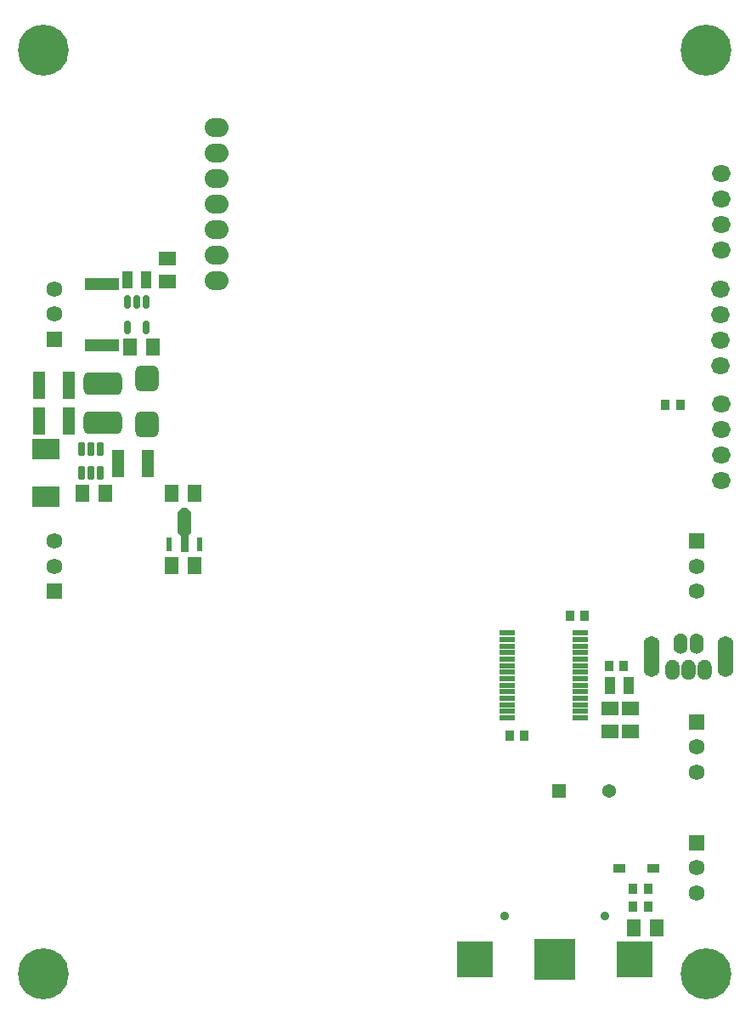
<source format=gbr>
%TF.GenerationSoftware,Altium Limited,Altium Designer,22.7.1 (60)*%
G04 Layer_Color=16711935*
%FSLAX45Y45*%
%MOMM*%
%TF.SameCoordinates,C4916FE7-F214-4651-8B13-81D0A890374D*%
%TF.FilePolarity,Negative*%
%TF.FileFunction,Soldermask,Bot*%
%TF.Part,Single*%
G01*
G75*
%TA.AperFunction,SMDPad,CuDef*%
%ADD78R,3.57600X3.67600*%
%ADD79R,4.07600X4.07600*%
%ADD80R,0.55600X1.47600*%
%ADD81R,0.87600X1.07600*%
G04:AMPARAMS|DCode=82|XSize=1.416mm|YSize=0.666mm|CornerRadius=0.11175mm|HoleSize=0mm|Usage=FLASHONLY|Rotation=270.000|XOffset=0mm|YOffset=0mm|HoleType=Round|Shape=RoundedRectangle|*
%AMROUNDEDRECTD82*
21,1,1.41600,0.44250,0,0,270.0*
21,1,1.19250,0.66600,0,0,270.0*
1,1,0.22350,-0.22125,-0.59625*
1,1,0.22350,-0.22125,0.59625*
1,1,0.22350,0.22125,0.59625*
1,1,0.22350,0.22125,-0.59625*
%
%ADD82ROUNDEDRECTD82*%
%ADD83R,1.23600X2.79600*%
%ADD84R,1.47600X1.77600*%
%ADD85R,2.77600X2.12600*%
G04:AMPARAMS|DCode=86|XSize=2.276mm|YSize=3.876mm|CornerRadius=0.588mm|HoleSize=0mm|Usage=FLASHONLY|Rotation=270.000|XOffset=0mm|YOffset=0mm|HoleType=Round|Shape=RoundedRectangle|*
%AMROUNDEDRECTD86*
21,1,2.27600,2.70000,0,0,270.0*
21,1,1.10000,3.87600,0,0,270.0*
1,1,1.17600,-1.35000,-0.55000*
1,1,1.17600,-1.35000,0.55000*
1,1,1.17600,1.35000,0.55000*
1,1,1.17600,1.35000,-0.55000*
%
%ADD86ROUNDEDRECTD86*%
G04:AMPARAMS|DCode=87|XSize=2.376mm|YSize=2.576mm|CornerRadius=0.613mm|HoleSize=0mm|Usage=FLASHONLY|Rotation=0.000|XOffset=0mm|YOffset=0mm|HoleType=Round|Shape=RoundedRectangle|*
%AMROUNDEDRECTD87*
21,1,2.37600,1.35000,0,0,0.0*
21,1,1.15000,2.57600,0,0,0.0*
1,1,1.22600,0.57500,-0.67500*
1,1,1.22600,-0.57500,-0.67500*
1,1,1.22600,-0.57500,0.67500*
1,1,1.22600,0.57500,0.67500*
%
%ADD87ROUNDEDRECTD87*%
G04:AMPARAMS|DCode=88|XSize=1.286mm|YSize=0.666mm|CornerRadius=0.1855mm|HoleSize=0mm|Usage=FLASHONLY|Rotation=270.000|XOffset=0mm|YOffset=0mm|HoleType=Round|Shape=RoundedRectangle|*
%AMROUNDEDRECTD88*
21,1,1.28600,0.29500,0,0,270.0*
21,1,0.91500,0.66600,0,0,270.0*
1,1,0.37100,-0.14750,-0.45750*
1,1,0.37100,-0.14750,0.45750*
1,1,0.37100,0.14750,0.45750*
1,1,0.37100,0.14750,-0.45750*
%
%ADD88ROUNDEDRECTD88*%
%ADD89R,3.34600X1.22600*%
%ADD90R,1.07600X1.77600*%
%ADD91R,1.77600X1.47600*%
%ADD92R,1.57600X0.47600*%
%ADD93R,1.28600X0.80600*%
%TA.AperFunction,ComponentPad*%
%ADD94O,1.87600X1.67600*%
%ADD95C,0.87600*%
%ADD96R,1.58400X1.58400*%
%ADD97C,1.58400*%
%ADD98O,1.57600X4.07600*%
%ADD99R,1.37600X1.37600*%
%ADD100C,1.37600*%
%ADD101O,2.37600X1.87600*%
%TA.AperFunction,ViaPad*%
%ADD102C,5.07600*%
G36*
X1866000Y5004500D02*
Y4796000D01*
X1834000Y4764000D01*
Y4601500D01*
X1758000D01*
Y4764000D01*
X1726000Y4796000D01*
Y5004500D01*
X1768000Y5046500D01*
X1824000D01*
X1866000Y5004500D01*
D02*
G37*
G36*
X6903700Y3789900D02*
X6907300Y3789600D01*
X6911000Y3789100D01*
X6914600Y3788500D01*
X6918100Y3787600D01*
X6921600Y3786600D01*
X6925100Y3785400D01*
X6928500Y3783900D01*
X6931800Y3782400D01*
X6935000Y3780600D01*
X6938100Y3778700D01*
X6941100Y3776600D01*
X6944100Y3774400D01*
X6946800Y3772000D01*
X6949500Y3769500D01*
X6952000Y3766800D01*
X6954400Y3764100D01*
X6956600Y3761100D01*
X6958700Y3758100D01*
X6960600Y3755000D01*
X6962400Y3751800D01*
X6963900Y3748500D01*
X6965400Y3745100D01*
X6966600Y3741600D01*
X6967600Y3738100D01*
X6968500Y3734600D01*
X6969100Y3731000D01*
X6969600Y3727300D01*
X6969900Y3723700D01*
X6970000Y3720000D01*
Y3660000D01*
X6969900Y3656300D01*
X6969600Y3652700D01*
X6969100Y3649000D01*
X6968500Y3645400D01*
X6967600Y3641900D01*
X6966600Y3638400D01*
X6965400Y3634900D01*
X6963900Y3631500D01*
X6962400Y3628200D01*
X6960600Y3625000D01*
X6958700Y3621900D01*
X6956600Y3618900D01*
X6954400Y3615900D01*
X6952000Y3613200D01*
X6949500Y3610500D01*
X6946800Y3608000D01*
X6944100Y3605600D01*
X6941100Y3603400D01*
X6938100Y3601300D01*
X6935000Y3599400D01*
X6931800Y3597600D01*
X6928500Y3596100D01*
X6925100Y3594600D01*
X6921600Y3593400D01*
X6918100Y3592400D01*
X6914600Y3591500D01*
X6911000Y3590900D01*
X6907300Y3590400D01*
X6903700Y3590100D01*
X6900000Y3590000D01*
X6896300Y3590100D01*
X6892700Y3590400D01*
X6889000Y3590900D01*
X6885400Y3591500D01*
X6881900Y3592400D01*
X6878400Y3593400D01*
X6874900Y3594600D01*
X6871500Y3596100D01*
X6868200Y3597600D01*
X6865000Y3599400D01*
X6861900Y3601300D01*
X6858900Y3603400D01*
X6855900Y3605600D01*
X6853200Y3608000D01*
X6850500Y3610500D01*
X6848000Y3613200D01*
X6845600Y3615900D01*
X6843400Y3618900D01*
X6841300Y3621900D01*
X6839400Y3625000D01*
X6837600Y3628200D01*
X6836100Y3631500D01*
X6834600Y3634900D01*
X6833400Y3638400D01*
X6832400Y3641900D01*
X6831500Y3645400D01*
X6830900Y3649000D01*
X6830400Y3652700D01*
X6830100Y3656300D01*
X6830000Y3660000D01*
Y3720000D01*
X6830100Y3723700D01*
X6830400Y3727300D01*
X6830900Y3731000D01*
X6831500Y3734600D01*
X6832400Y3738100D01*
X6833400Y3741600D01*
X6834600Y3745100D01*
X6836100Y3748500D01*
X6837600Y3751800D01*
X6839400Y3755000D01*
X6841300Y3758100D01*
X6843400Y3761100D01*
X6845600Y3764100D01*
X6848000Y3766800D01*
X6850500Y3769500D01*
X6853200Y3772000D01*
X6855900Y3774400D01*
X6858900Y3776600D01*
X6861900Y3778700D01*
X6865000Y3780600D01*
X6868200Y3782400D01*
X6871500Y3783900D01*
X6874900Y3785400D01*
X6878400Y3786600D01*
X6881900Y3787600D01*
X6885400Y3788500D01*
X6889000Y3789100D01*
X6892700Y3789600D01*
X6896300Y3789900D01*
X6900000Y3790000D01*
X6903700Y3789900D01*
D02*
G37*
G36*
X6743700D02*
X6747300Y3789600D01*
X6751000Y3789100D01*
X6754600Y3788500D01*
X6758100Y3787600D01*
X6761600Y3786600D01*
X6765100Y3785400D01*
X6768500Y3783900D01*
X6771800Y3782400D01*
X6775000Y3780600D01*
X6778100Y3778700D01*
X6781100Y3776600D01*
X6784100Y3774400D01*
X6786800Y3772000D01*
X6789500Y3769500D01*
X6792000Y3766800D01*
X6794400Y3764100D01*
X6796600Y3761100D01*
X6798700Y3758100D01*
X6800600Y3755000D01*
X6802400Y3751800D01*
X6803900Y3748500D01*
X6805400Y3745100D01*
X6806600Y3741600D01*
X6807600Y3738100D01*
X6808500Y3734600D01*
X6809100Y3731000D01*
X6809600Y3727300D01*
X6809900Y3723700D01*
X6810000Y3720000D01*
Y3660000D01*
X6809900Y3656300D01*
X6809600Y3652700D01*
X6809100Y3649000D01*
X6808500Y3645400D01*
X6807600Y3641900D01*
X6806600Y3638400D01*
X6805400Y3634900D01*
X6803900Y3631500D01*
X6802400Y3628200D01*
X6800600Y3625000D01*
X6798700Y3621900D01*
X6796600Y3618900D01*
X6794400Y3615900D01*
X6792000Y3613200D01*
X6789500Y3610500D01*
X6786800Y3608000D01*
X6784100Y3605600D01*
X6781100Y3603400D01*
X6778100Y3601300D01*
X6775000Y3599400D01*
X6771800Y3597600D01*
X6768500Y3596100D01*
X6765100Y3594600D01*
X6761600Y3593400D01*
X6758100Y3592400D01*
X6754600Y3591500D01*
X6751000Y3590900D01*
X6747300Y3590400D01*
X6743700Y3590100D01*
X6740000Y3590000D01*
X6736300Y3590100D01*
X6732700Y3590400D01*
X6729000Y3590900D01*
X6725400Y3591500D01*
X6721900Y3592400D01*
X6718400Y3593400D01*
X6714900Y3594600D01*
X6711500Y3596100D01*
X6708200Y3597600D01*
X6705000Y3599400D01*
X6701900Y3601300D01*
X6698900Y3603400D01*
X6695900Y3605600D01*
X6693200Y3608000D01*
X6690500Y3610500D01*
X6688000Y3613200D01*
X6685600Y3615900D01*
X6683400Y3618900D01*
X6681300Y3621900D01*
X6679400Y3625000D01*
X6677600Y3628200D01*
X6676100Y3631500D01*
X6674600Y3634900D01*
X6673400Y3638400D01*
X6672400Y3641900D01*
X6671500Y3645400D01*
X6670900Y3649000D01*
X6670400Y3652700D01*
X6670100Y3656300D01*
X6670000Y3660000D01*
Y3720000D01*
X6670100Y3723700D01*
X6670400Y3727300D01*
X6670900Y3731000D01*
X6671500Y3734600D01*
X6672400Y3738100D01*
X6673400Y3741600D01*
X6674600Y3745100D01*
X6676100Y3748500D01*
X6677600Y3751800D01*
X6679400Y3755000D01*
X6681300Y3758100D01*
X6683400Y3761100D01*
X6685600Y3764100D01*
X6688000Y3766800D01*
X6690500Y3769500D01*
X6693200Y3772000D01*
X6695900Y3774400D01*
X6698900Y3776600D01*
X6701900Y3778700D01*
X6705000Y3780600D01*
X6708200Y3782400D01*
X6711500Y3783900D01*
X6714900Y3785400D01*
X6718400Y3786600D01*
X6721900Y3787600D01*
X6725400Y3788500D01*
X6729000Y3789100D01*
X6732700Y3789600D01*
X6736300Y3789900D01*
X6740000Y3790000D01*
X6743700Y3789900D01*
D02*
G37*
G36*
X6983700Y3529900D02*
X6987300Y3529600D01*
X6991000Y3529100D01*
X6994600Y3528500D01*
X6998100Y3527600D01*
X7001600Y3526600D01*
X7005100Y3525400D01*
X7008500Y3523900D01*
X7011800Y3522400D01*
X7015000Y3520600D01*
X7018100Y3518700D01*
X7021100Y3516600D01*
X7024100Y3514400D01*
X7026800Y3512000D01*
X7029500Y3509500D01*
X7032000Y3506800D01*
X7034400Y3504100D01*
X7036600Y3501100D01*
X7038700Y3498100D01*
X7040600Y3495000D01*
X7042400Y3491800D01*
X7043900Y3488500D01*
X7045400Y3485100D01*
X7046600Y3481600D01*
X7047600Y3478100D01*
X7048500Y3474600D01*
X7049100Y3471000D01*
X7049600Y3467300D01*
X7049900Y3463700D01*
X7050000Y3460000D01*
Y3400000D01*
X7049900Y3396300D01*
X7049600Y3392700D01*
X7049100Y3389000D01*
X7048500Y3385400D01*
X7047600Y3381900D01*
X7046600Y3378400D01*
X7045400Y3374900D01*
X7043900Y3371500D01*
X7042400Y3368200D01*
X7040600Y3365000D01*
X7038700Y3361900D01*
X7036600Y3358900D01*
X7034400Y3355900D01*
X7032000Y3353200D01*
X7029500Y3350500D01*
X7026800Y3348000D01*
X7024100Y3345600D01*
X7021100Y3343400D01*
X7018100Y3341300D01*
X7015000Y3339400D01*
X7011800Y3337600D01*
X7008500Y3336100D01*
X7005100Y3334600D01*
X7001600Y3333400D01*
X6998100Y3332400D01*
X6994600Y3331500D01*
X6991000Y3330900D01*
X6987300Y3330400D01*
X6983700Y3330100D01*
X6980000Y3330000D01*
X6976300Y3330100D01*
X6972700Y3330400D01*
X6969000Y3330900D01*
X6965400Y3331500D01*
X6961900Y3332400D01*
X6958400Y3333400D01*
X6954900Y3334600D01*
X6951500Y3336100D01*
X6948200Y3337600D01*
X6945000Y3339400D01*
X6941900Y3341300D01*
X6938900Y3343400D01*
X6935900Y3345600D01*
X6933200Y3348000D01*
X6930500Y3350500D01*
X6928000Y3353200D01*
X6925600Y3355900D01*
X6923400Y3358900D01*
X6921300Y3361900D01*
X6919400Y3365000D01*
X6917600Y3368200D01*
X6916100Y3371500D01*
X6914600Y3374900D01*
X6913400Y3378400D01*
X6912400Y3381900D01*
X6911500Y3385400D01*
X6910900Y3389000D01*
X6910400Y3392700D01*
X6910100Y3396300D01*
X6910000Y3400000D01*
Y3460000D01*
X6910100Y3463700D01*
X6910400Y3467300D01*
X6910900Y3471000D01*
X6911500Y3474600D01*
X6912400Y3478100D01*
X6913400Y3481600D01*
X6914600Y3485100D01*
X6916100Y3488500D01*
X6917600Y3491800D01*
X6919400Y3495000D01*
X6921300Y3498100D01*
X6923400Y3501100D01*
X6925600Y3504100D01*
X6928000Y3506800D01*
X6930500Y3509500D01*
X6933200Y3512000D01*
X6935900Y3514400D01*
X6938900Y3516600D01*
X6941900Y3518700D01*
X6945000Y3520600D01*
X6948200Y3522400D01*
X6951500Y3523900D01*
X6954900Y3525400D01*
X6958400Y3526600D01*
X6961900Y3527600D01*
X6965400Y3528500D01*
X6969000Y3529100D01*
X6972700Y3529600D01*
X6976300Y3529900D01*
X6980000Y3530000D01*
X6983700Y3529900D01*
D02*
G37*
G36*
X6823700D02*
X6827300Y3529600D01*
X6831000Y3529100D01*
X6834600Y3528500D01*
X6838100Y3527600D01*
X6841600Y3526600D01*
X6845100Y3525400D01*
X6848500Y3523900D01*
X6851800Y3522400D01*
X6855000Y3520600D01*
X6858100Y3518700D01*
X6861100Y3516600D01*
X6864100Y3514400D01*
X6866800Y3512000D01*
X6869500Y3509500D01*
X6872000Y3506800D01*
X6874400Y3504100D01*
X6876600Y3501100D01*
X6878700Y3498100D01*
X6880600Y3495000D01*
X6882400Y3491800D01*
X6883900Y3488500D01*
X6885400Y3485100D01*
X6886600Y3481600D01*
X6887600Y3478100D01*
X6888500Y3474600D01*
X6889100Y3471000D01*
X6889600Y3467300D01*
X6889900Y3463700D01*
X6890000Y3460000D01*
Y3400000D01*
X6889900Y3396300D01*
X6889600Y3392700D01*
X6889100Y3389000D01*
X6888500Y3385400D01*
X6887600Y3381900D01*
X6886600Y3378400D01*
X6885400Y3374900D01*
X6883900Y3371500D01*
X6882400Y3368200D01*
X6880600Y3365000D01*
X6878700Y3361900D01*
X6876600Y3358900D01*
X6874400Y3355900D01*
X6872000Y3353200D01*
X6869500Y3350500D01*
X6866800Y3348000D01*
X6864100Y3345600D01*
X6861100Y3343400D01*
X6858100Y3341300D01*
X6855000Y3339400D01*
X6851800Y3337600D01*
X6848500Y3336100D01*
X6845100Y3334600D01*
X6841600Y3333400D01*
X6838100Y3332400D01*
X6834600Y3331500D01*
X6831000Y3330900D01*
X6827300Y3330400D01*
X6823700Y3330100D01*
X6820000Y3330000D01*
X6816300Y3330100D01*
X6812700Y3330400D01*
X6809000Y3330900D01*
X6805400Y3331500D01*
X6801900Y3332400D01*
X6798400Y3333400D01*
X6794900Y3334600D01*
X6791500Y3336100D01*
X6788200Y3337600D01*
X6785000Y3339400D01*
X6781900Y3341300D01*
X6778900Y3343400D01*
X6775900Y3345600D01*
X6773200Y3348000D01*
X6770500Y3350500D01*
X6768000Y3353200D01*
X6765600Y3355900D01*
X6763400Y3358900D01*
X6761300Y3361900D01*
X6759400Y3365000D01*
X6757600Y3368200D01*
X6756100Y3371500D01*
X6754600Y3374900D01*
X6753400Y3378400D01*
X6752400Y3381900D01*
X6751500Y3385400D01*
X6750900Y3389000D01*
X6750400Y3392700D01*
X6750100Y3396300D01*
X6750000Y3400000D01*
Y3460000D01*
X6750100Y3463700D01*
X6750400Y3467300D01*
X6750900Y3471000D01*
X6751500Y3474600D01*
X6752400Y3478100D01*
X6753400Y3481600D01*
X6754600Y3485100D01*
X6756100Y3488500D01*
X6757600Y3491800D01*
X6759400Y3495000D01*
X6761300Y3498100D01*
X6763400Y3501100D01*
X6765600Y3504100D01*
X6768000Y3506800D01*
X6770500Y3509500D01*
X6773200Y3512000D01*
X6775900Y3514400D01*
X6778900Y3516600D01*
X6781900Y3518700D01*
X6785000Y3520600D01*
X6788200Y3522400D01*
X6791500Y3523900D01*
X6794900Y3525400D01*
X6798400Y3526600D01*
X6801900Y3527600D01*
X6805400Y3528500D01*
X6809000Y3529100D01*
X6812700Y3529600D01*
X6816300Y3529900D01*
X6820000Y3530000D01*
X6823700Y3529900D01*
D02*
G37*
G36*
X6663700D02*
X6667300Y3529600D01*
X6671000Y3529100D01*
X6674600Y3528500D01*
X6678100Y3527600D01*
X6681600Y3526600D01*
X6685100Y3525400D01*
X6688500Y3523900D01*
X6691800Y3522400D01*
X6695000Y3520600D01*
X6698100Y3518700D01*
X6701100Y3516600D01*
X6704100Y3514400D01*
X6706800Y3512000D01*
X6709500Y3509500D01*
X6712000Y3506800D01*
X6714400Y3504100D01*
X6716600Y3501100D01*
X6718700Y3498100D01*
X6720600Y3495000D01*
X6722400Y3491800D01*
X6723900Y3488500D01*
X6725400Y3485100D01*
X6726600Y3481600D01*
X6727600Y3478100D01*
X6728500Y3474600D01*
X6729100Y3471000D01*
X6729600Y3467300D01*
X6729900Y3463700D01*
X6730000Y3460000D01*
Y3400000D01*
X6729900Y3396300D01*
X6729600Y3392700D01*
X6729100Y3389000D01*
X6728500Y3385400D01*
X6727600Y3381900D01*
X6726600Y3378400D01*
X6725400Y3374900D01*
X6723900Y3371500D01*
X6722400Y3368200D01*
X6720600Y3365000D01*
X6718700Y3361900D01*
X6716600Y3358900D01*
X6714400Y3355900D01*
X6712000Y3353200D01*
X6709500Y3350500D01*
X6706800Y3348000D01*
X6704100Y3345600D01*
X6701100Y3343400D01*
X6698100Y3341300D01*
X6695000Y3339400D01*
X6691800Y3337600D01*
X6688500Y3336100D01*
X6685100Y3334600D01*
X6681600Y3333400D01*
X6678100Y3332400D01*
X6674600Y3331500D01*
X6671000Y3330900D01*
X6667300Y3330400D01*
X6663700Y3330100D01*
X6660000Y3330000D01*
X6656300Y3330100D01*
X6652700Y3330400D01*
X6649000Y3330900D01*
X6645400Y3331500D01*
X6641900Y3332400D01*
X6638400Y3333400D01*
X6634900Y3334600D01*
X6631500Y3336100D01*
X6628200Y3337600D01*
X6625000Y3339400D01*
X6621900Y3341300D01*
X6618900Y3343400D01*
X6615900Y3345600D01*
X6613200Y3348000D01*
X6610500Y3350500D01*
X6608000Y3353200D01*
X6605600Y3355900D01*
X6603400Y3358900D01*
X6601300Y3361900D01*
X6599400Y3365000D01*
X6597600Y3368200D01*
X6596100Y3371500D01*
X6594600Y3374900D01*
X6593400Y3378400D01*
X6592400Y3381900D01*
X6591500Y3385400D01*
X6590900Y3389000D01*
X6590400Y3392700D01*
X6590100Y3396300D01*
X6590000Y3400000D01*
Y3460000D01*
X6590100Y3463700D01*
X6590400Y3467300D01*
X6590900Y3471000D01*
X6591500Y3474600D01*
X6592400Y3478100D01*
X6593400Y3481600D01*
X6594600Y3485100D01*
X6596100Y3488500D01*
X6597600Y3491800D01*
X6599400Y3495000D01*
X6601300Y3498100D01*
X6603400Y3501100D01*
X6605600Y3504100D01*
X6608000Y3506800D01*
X6610500Y3509500D01*
X6613200Y3512000D01*
X6615900Y3514400D01*
X6618900Y3516600D01*
X6621900Y3518700D01*
X6625000Y3520600D01*
X6628200Y3522400D01*
X6631500Y3523900D01*
X6634900Y3525400D01*
X6638400Y3526600D01*
X6641900Y3527600D01*
X6645400Y3528500D01*
X6649000Y3529100D01*
X6652700Y3529600D01*
X6656300Y3529900D01*
X6660000Y3530000D01*
X6663700Y3529900D01*
D02*
G37*
D78*
X6285000Y550000D02*
D03*
X4695000D02*
D03*
D79*
X5490000D02*
D03*
D80*
X1646000Y4681500D02*
D03*
X1946000D02*
D03*
D81*
X6740000Y6070001D02*
D03*
X6590000D02*
D03*
X5785000Y3970000D02*
D03*
X5635000D02*
D03*
X6175000Y3470000D02*
D03*
X6025000D02*
D03*
X5185000Y2770000D02*
D03*
X5035000D02*
D03*
X6415000Y1250000D02*
D03*
X6265000D02*
D03*
X6415000Y1070000D02*
D03*
X6265000D02*
D03*
D82*
X767500Y5629454D02*
D03*
X862500D02*
D03*
X957500D02*
D03*
Y5391454D02*
D03*
X862500D02*
D03*
X767500D02*
D03*
D83*
X1430000Y5480454D02*
D03*
X1135000D02*
D03*
X345000Y5910454D02*
D03*
X640000D02*
D03*
Y6260454D02*
D03*
X345000D02*
D03*
D84*
X778200Y5190454D02*
D03*
X1006800D02*
D03*
X1484300Y6640000D02*
D03*
X1255700D02*
D03*
X1900300Y5184000D02*
D03*
X1671700D02*
D03*
Y4464000D02*
D03*
X1900300D02*
D03*
X6275700Y860000D02*
D03*
X6504300D02*
D03*
D85*
X412500Y5155454D02*
D03*
Y5625454D02*
D03*
D86*
X982500Y5890000D02*
D03*
Y6280000D02*
D03*
D87*
X1420000Y6330000D02*
D03*
Y5870000D02*
D03*
D88*
X1225000Y7090547D02*
D03*
X1320000D02*
D03*
X1415000D02*
D03*
Y6839547D02*
D03*
X1225000D02*
D03*
D89*
X970000Y6663654D02*
D03*
Y7266254D02*
D03*
D90*
X1225000Y7310000D02*
D03*
X1415000D02*
D03*
X6225001Y3270000D02*
D03*
X6035001D02*
D03*
D91*
X1630000Y7524300D02*
D03*
Y7295700D02*
D03*
X6040001Y3044300D02*
D03*
Y2815700D02*
D03*
X6240001Y3044300D02*
D03*
Y2815700D02*
D03*
D92*
X5015000Y2950000D02*
D03*
Y3015000D02*
D03*
Y3080000D02*
D03*
Y3145000D02*
D03*
Y3210000D02*
D03*
Y3275000D02*
D03*
Y3340000D02*
D03*
Y3405000D02*
D03*
Y3470000D02*
D03*
Y3535000D02*
D03*
Y3600000D02*
D03*
Y3665000D02*
D03*
Y3730000D02*
D03*
Y3795000D02*
D03*
X5740000D02*
D03*
Y3730000D02*
D03*
Y3665000D02*
D03*
Y3600000D02*
D03*
Y3535000D02*
D03*
Y3470000D02*
D03*
Y3405000D02*
D03*
Y3340000D02*
D03*
Y3275000D02*
D03*
Y3210000D02*
D03*
Y3145000D02*
D03*
Y3080000D02*
D03*
Y3015000D02*
D03*
Y2950000D02*
D03*
D93*
X6132000Y1450000D02*
D03*
X6468000D02*
D03*
D94*
X7140000Y7222001D02*
D03*
Y6968001D02*
D03*
Y6714001D02*
D03*
Y6460001D02*
D03*
X7145000Y5310002D02*
D03*
Y5564002D02*
D03*
Y5818002D02*
D03*
Y6072002D02*
D03*
X7150000Y8368001D02*
D03*
Y8114001D02*
D03*
Y7860001D02*
D03*
Y7606001D02*
D03*
D95*
X5990000Y980000D02*
D03*
X4990000D02*
D03*
D96*
X502501Y6719999D02*
D03*
Y4210000D02*
D03*
X6897500Y4710000D02*
D03*
X6900000Y2910000D02*
D03*
Y1710000D02*
D03*
D97*
X502501Y6969999D02*
D03*
Y7219999D02*
D03*
Y4710000D02*
D03*
Y4460000D02*
D03*
X6897500Y4210000D02*
D03*
Y4460000D02*
D03*
X6900000Y2410000D02*
D03*
Y2660000D02*
D03*
Y1210000D02*
D03*
Y1460000D02*
D03*
D98*
X7185000Y3560000D02*
D03*
X6455000D02*
D03*
D99*
X5526001Y2220000D02*
D03*
D100*
X6026001D02*
D03*
D101*
X2120000Y7302000D02*
D03*
Y7556000D02*
D03*
Y7810000D02*
D03*
Y8064000D02*
D03*
Y8318000D02*
D03*
Y8572000D02*
D03*
Y8826000D02*
D03*
D102*
X390000Y400000D02*
D03*
X6990000Y9600000D02*
D03*
Y400000D02*
D03*
X390000Y9600000D02*
D03*
%TF.MD5,c17adab7fed25bf9b4f25ceacabfde37*%
M02*

</source>
